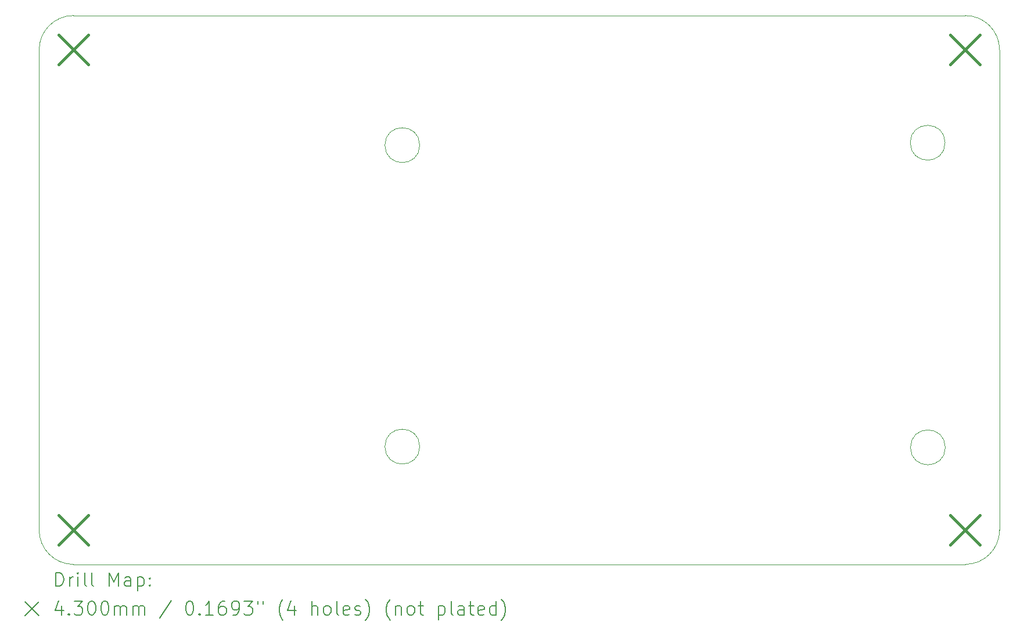
<source format=gbr>
%TF.GenerationSoftware,KiCad,Pcbnew,7.0.1*%
%TF.CreationDate,2025-02-05T10:51:01+01:00*%
%TF.ProjectId,mangiatoia,6d616e67-6961-4746-9f69-612e6b696361,1.1*%
%TF.SameCoordinates,Original*%
%TF.FileFunction,Drillmap*%
%TF.FilePolarity,Positive*%
%FSLAX45Y45*%
G04 Gerber Fmt 4.5, Leading zero omitted, Abs format (unit mm)*
G04 Created by KiCad (PCBNEW 7.0.1) date 2025-02-05 10:51:01*
%MOMM*%
%LPD*%
G01*
G04 APERTURE LIST*
%ADD10C,0.100000*%
%ADD11C,0.200000*%
%ADD12C,0.430000*%
G04 APERTURE END LIST*
D10*
X20503000Y-4509500D02*
X7503000Y-4509500D01*
X20503000Y-12509500D02*
G75*
G03*
X21003000Y-12009500I0J500000D01*
G01*
X7003000Y-12009500D02*
G75*
G03*
X7503000Y-12509500I500000J0D01*
G01*
X7003000Y-5009500D02*
X7003000Y-12009500D01*
X12550690Y-10792870D02*
G75*
G03*
X12550690Y-10792870I-254000J0D01*
G01*
X21003000Y-5009500D02*
G75*
G03*
X20503000Y-4509500I-500000J0D01*
G01*
X12550690Y-6398670D02*
G75*
G03*
X12550690Y-6398670I-254000J0D01*
G01*
X20208799Y-6363621D02*
G75*
G03*
X20208799Y-6363621I-254000J0D01*
G01*
X7503000Y-4509500D02*
G75*
G03*
X7003000Y-5009500I0J-500000D01*
G01*
X21003000Y-12009500D02*
X21003000Y-5009500D01*
X7503000Y-12509500D02*
X20503000Y-12509500D01*
X20212000Y-10804500D02*
G75*
G03*
X20212000Y-10804500I-254000J0D01*
G01*
D11*
D12*
X7288000Y-4794500D02*
X7718000Y-5224500D01*
X7718000Y-4794500D02*
X7288000Y-5224500D01*
X7288000Y-11794500D02*
X7718000Y-12224500D01*
X7718000Y-11794500D02*
X7288000Y-12224500D01*
X20288000Y-4794500D02*
X20718000Y-5224500D01*
X20718000Y-4794500D02*
X20288000Y-5224500D01*
X20288000Y-11794500D02*
X20718000Y-12224500D01*
X20718000Y-11794500D02*
X20288000Y-12224500D01*
D11*
X7245619Y-12827024D02*
X7245619Y-12627024D01*
X7245619Y-12627024D02*
X7293238Y-12627024D01*
X7293238Y-12627024D02*
X7321809Y-12636548D01*
X7321809Y-12636548D02*
X7340857Y-12655595D01*
X7340857Y-12655595D02*
X7350381Y-12674643D01*
X7350381Y-12674643D02*
X7359905Y-12712738D01*
X7359905Y-12712738D02*
X7359905Y-12741309D01*
X7359905Y-12741309D02*
X7350381Y-12779405D01*
X7350381Y-12779405D02*
X7340857Y-12798452D01*
X7340857Y-12798452D02*
X7321809Y-12817500D01*
X7321809Y-12817500D02*
X7293238Y-12827024D01*
X7293238Y-12827024D02*
X7245619Y-12827024D01*
X7445619Y-12827024D02*
X7445619Y-12693690D01*
X7445619Y-12731786D02*
X7455143Y-12712738D01*
X7455143Y-12712738D02*
X7464667Y-12703214D01*
X7464667Y-12703214D02*
X7483714Y-12693690D01*
X7483714Y-12693690D02*
X7502762Y-12693690D01*
X7569428Y-12827024D02*
X7569428Y-12693690D01*
X7569428Y-12627024D02*
X7559905Y-12636548D01*
X7559905Y-12636548D02*
X7569428Y-12646071D01*
X7569428Y-12646071D02*
X7578952Y-12636548D01*
X7578952Y-12636548D02*
X7569428Y-12627024D01*
X7569428Y-12627024D02*
X7569428Y-12646071D01*
X7693238Y-12827024D02*
X7674190Y-12817500D01*
X7674190Y-12817500D02*
X7664667Y-12798452D01*
X7664667Y-12798452D02*
X7664667Y-12627024D01*
X7798000Y-12827024D02*
X7778952Y-12817500D01*
X7778952Y-12817500D02*
X7769428Y-12798452D01*
X7769428Y-12798452D02*
X7769428Y-12627024D01*
X8026571Y-12827024D02*
X8026571Y-12627024D01*
X8026571Y-12627024D02*
X8093238Y-12769881D01*
X8093238Y-12769881D02*
X8159905Y-12627024D01*
X8159905Y-12627024D02*
X8159905Y-12827024D01*
X8340857Y-12827024D02*
X8340857Y-12722262D01*
X8340857Y-12722262D02*
X8331333Y-12703214D01*
X8331333Y-12703214D02*
X8312286Y-12693690D01*
X8312286Y-12693690D02*
X8274190Y-12693690D01*
X8274190Y-12693690D02*
X8255143Y-12703214D01*
X8340857Y-12817500D02*
X8321809Y-12827024D01*
X8321809Y-12827024D02*
X8274190Y-12827024D01*
X8274190Y-12827024D02*
X8255143Y-12817500D01*
X8255143Y-12817500D02*
X8245619Y-12798452D01*
X8245619Y-12798452D02*
X8245619Y-12779405D01*
X8245619Y-12779405D02*
X8255143Y-12760357D01*
X8255143Y-12760357D02*
X8274190Y-12750833D01*
X8274190Y-12750833D02*
X8321809Y-12750833D01*
X8321809Y-12750833D02*
X8340857Y-12741309D01*
X8436095Y-12693690D02*
X8436095Y-12893690D01*
X8436095Y-12703214D02*
X8455143Y-12693690D01*
X8455143Y-12693690D02*
X8493238Y-12693690D01*
X8493238Y-12693690D02*
X8512286Y-12703214D01*
X8512286Y-12703214D02*
X8521810Y-12712738D01*
X8521810Y-12712738D02*
X8531333Y-12731786D01*
X8531333Y-12731786D02*
X8531333Y-12788928D01*
X8531333Y-12788928D02*
X8521810Y-12807976D01*
X8521810Y-12807976D02*
X8512286Y-12817500D01*
X8512286Y-12817500D02*
X8493238Y-12827024D01*
X8493238Y-12827024D02*
X8455143Y-12827024D01*
X8455143Y-12827024D02*
X8436095Y-12817500D01*
X8617048Y-12807976D02*
X8626571Y-12817500D01*
X8626571Y-12817500D02*
X8617048Y-12827024D01*
X8617048Y-12827024D02*
X8607524Y-12817500D01*
X8607524Y-12817500D02*
X8617048Y-12807976D01*
X8617048Y-12807976D02*
X8617048Y-12827024D01*
X8617048Y-12703214D02*
X8626571Y-12712738D01*
X8626571Y-12712738D02*
X8617048Y-12722262D01*
X8617048Y-12722262D02*
X8607524Y-12712738D01*
X8607524Y-12712738D02*
X8617048Y-12703214D01*
X8617048Y-12703214D02*
X8617048Y-12722262D01*
X6798000Y-13054500D02*
X6998000Y-13254500D01*
X6998000Y-13054500D02*
X6798000Y-13254500D01*
X7331333Y-13113690D02*
X7331333Y-13247024D01*
X7283714Y-13037500D02*
X7236095Y-13180357D01*
X7236095Y-13180357D02*
X7359905Y-13180357D01*
X7436095Y-13227976D02*
X7445619Y-13237500D01*
X7445619Y-13237500D02*
X7436095Y-13247024D01*
X7436095Y-13247024D02*
X7426571Y-13237500D01*
X7426571Y-13237500D02*
X7436095Y-13227976D01*
X7436095Y-13227976D02*
X7436095Y-13247024D01*
X7512286Y-13047024D02*
X7636095Y-13047024D01*
X7636095Y-13047024D02*
X7569428Y-13123214D01*
X7569428Y-13123214D02*
X7598000Y-13123214D01*
X7598000Y-13123214D02*
X7617048Y-13132738D01*
X7617048Y-13132738D02*
X7626571Y-13142262D01*
X7626571Y-13142262D02*
X7636095Y-13161309D01*
X7636095Y-13161309D02*
X7636095Y-13208928D01*
X7636095Y-13208928D02*
X7626571Y-13227976D01*
X7626571Y-13227976D02*
X7617048Y-13237500D01*
X7617048Y-13237500D02*
X7598000Y-13247024D01*
X7598000Y-13247024D02*
X7540857Y-13247024D01*
X7540857Y-13247024D02*
X7521809Y-13237500D01*
X7521809Y-13237500D02*
X7512286Y-13227976D01*
X7759905Y-13047024D02*
X7778952Y-13047024D01*
X7778952Y-13047024D02*
X7798000Y-13056548D01*
X7798000Y-13056548D02*
X7807524Y-13066071D01*
X7807524Y-13066071D02*
X7817048Y-13085119D01*
X7817048Y-13085119D02*
X7826571Y-13123214D01*
X7826571Y-13123214D02*
X7826571Y-13170833D01*
X7826571Y-13170833D02*
X7817048Y-13208928D01*
X7817048Y-13208928D02*
X7807524Y-13227976D01*
X7807524Y-13227976D02*
X7798000Y-13237500D01*
X7798000Y-13237500D02*
X7778952Y-13247024D01*
X7778952Y-13247024D02*
X7759905Y-13247024D01*
X7759905Y-13247024D02*
X7740857Y-13237500D01*
X7740857Y-13237500D02*
X7731333Y-13227976D01*
X7731333Y-13227976D02*
X7721809Y-13208928D01*
X7721809Y-13208928D02*
X7712286Y-13170833D01*
X7712286Y-13170833D02*
X7712286Y-13123214D01*
X7712286Y-13123214D02*
X7721809Y-13085119D01*
X7721809Y-13085119D02*
X7731333Y-13066071D01*
X7731333Y-13066071D02*
X7740857Y-13056548D01*
X7740857Y-13056548D02*
X7759905Y-13047024D01*
X7950381Y-13047024D02*
X7969429Y-13047024D01*
X7969429Y-13047024D02*
X7988476Y-13056548D01*
X7988476Y-13056548D02*
X7998000Y-13066071D01*
X7998000Y-13066071D02*
X8007524Y-13085119D01*
X8007524Y-13085119D02*
X8017048Y-13123214D01*
X8017048Y-13123214D02*
X8017048Y-13170833D01*
X8017048Y-13170833D02*
X8007524Y-13208928D01*
X8007524Y-13208928D02*
X7998000Y-13227976D01*
X7998000Y-13227976D02*
X7988476Y-13237500D01*
X7988476Y-13237500D02*
X7969429Y-13247024D01*
X7969429Y-13247024D02*
X7950381Y-13247024D01*
X7950381Y-13247024D02*
X7931333Y-13237500D01*
X7931333Y-13237500D02*
X7921809Y-13227976D01*
X7921809Y-13227976D02*
X7912286Y-13208928D01*
X7912286Y-13208928D02*
X7902762Y-13170833D01*
X7902762Y-13170833D02*
X7902762Y-13123214D01*
X7902762Y-13123214D02*
X7912286Y-13085119D01*
X7912286Y-13085119D02*
X7921809Y-13066071D01*
X7921809Y-13066071D02*
X7931333Y-13056548D01*
X7931333Y-13056548D02*
X7950381Y-13047024D01*
X8102762Y-13247024D02*
X8102762Y-13113690D01*
X8102762Y-13132738D02*
X8112286Y-13123214D01*
X8112286Y-13123214D02*
X8131333Y-13113690D01*
X8131333Y-13113690D02*
X8159905Y-13113690D01*
X8159905Y-13113690D02*
X8178952Y-13123214D01*
X8178952Y-13123214D02*
X8188476Y-13142262D01*
X8188476Y-13142262D02*
X8188476Y-13247024D01*
X8188476Y-13142262D02*
X8198000Y-13123214D01*
X8198000Y-13123214D02*
X8217048Y-13113690D01*
X8217048Y-13113690D02*
X8245619Y-13113690D01*
X8245619Y-13113690D02*
X8264667Y-13123214D01*
X8264667Y-13123214D02*
X8274190Y-13142262D01*
X8274190Y-13142262D02*
X8274190Y-13247024D01*
X8369429Y-13247024D02*
X8369429Y-13113690D01*
X8369429Y-13132738D02*
X8378952Y-13123214D01*
X8378952Y-13123214D02*
X8398000Y-13113690D01*
X8398000Y-13113690D02*
X8426572Y-13113690D01*
X8426572Y-13113690D02*
X8445619Y-13123214D01*
X8445619Y-13123214D02*
X8455143Y-13142262D01*
X8455143Y-13142262D02*
X8455143Y-13247024D01*
X8455143Y-13142262D02*
X8464667Y-13123214D01*
X8464667Y-13123214D02*
X8483714Y-13113690D01*
X8483714Y-13113690D02*
X8512286Y-13113690D01*
X8512286Y-13113690D02*
X8531333Y-13123214D01*
X8531333Y-13123214D02*
X8540857Y-13142262D01*
X8540857Y-13142262D02*
X8540857Y-13247024D01*
X8931333Y-13037500D02*
X8759905Y-13294643D01*
X9188476Y-13047024D02*
X9207524Y-13047024D01*
X9207524Y-13047024D02*
X9226572Y-13056548D01*
X9226572Y-13056548D02*
X9236095Y-13066071D01*
X9236095Y-13066071D02*
X9245619Y-13085119D01*
X9245619Y-13085119D02*
X9255143Y-13123214D01*
X9255143Y-13123214D02*
X9255143Y-13170833D01*
X9255143Y-13170833D02*
X9245619Y-13208928D01*
X9245619Y-13208928D02*
X9236095Y-13227976D01*
X9236095Y-13227976D02*
X9226572Y-13237500D01*
X9226572Y-13237500D02*
X9207524Y-13247024D01*
X9207524Y-13247024D02*
X9188476Y-13247024D01*
X9188476Y-13247024D02*
X9169429Y-13237500D01*
X9169429Y-13237500D02*
X9159905Y-13227976D01*
X9159905Y-13227976D02*
X9150381Y-13208928D01*
X9150381Y-13208928D02*
X9140857Y-13170833D01*
X9140857Y-13170833D02*
X9140857Y-13123214D01*
X9140857Y-13123214D02*
X9150381Y-13085119D01*
X9150381Y-13085119D02*
X9159905Y-13066071D01*
X9159905Y-13066071D02*
X9169429Y-13056548D01*
X9169429Y-13056548D02*
X9188476Y-13047024D01*
X9340857Y-13227976D02*
X9350381Y-13237500D01*
X9350381Y-13237500D02*
X9340857Y-13247024D01*
X9340857Y-13247024D02*
X9331334Y-13237500D01*
X9331334Y-13237500D02*
X9340857Y-13227976D01*
X9340857Y-13227976D02*
X9340857Y-13247024D01*
X9540857Y-13247024D02*
X9426572Y-13247024D01*
X9483714Y-13247024D02*
X9483714Y-13047024D01*
X9483714Y-13047024D02*
X9464667Y-13075595D01*
X9464667Y-13075595D02*
X9445619Y-13094643D01*
X9445619Y-13094643D02*
X9426572Y-13104167D01*
X9712286Y-13047024D02*
X9674191Y-13047024D01*
X9674191Y-13047024D02*
X9655143Y-13056548D01*
X9655143Y-13056548D02*
X9645619Y-13066071D01*
X9645619Y-13066071D02*
X9626572Y-13094643D01*
X9626572Y-13094643D02*
X9617048Y-13132738D01*
X9617048Y-13132738D02*
X9617048Y-13208928D01*
X9617048Y-13208928D02*
X9626572Y-13227976D01*
X9626572Y-13227976D02*
X9636095Y-13237500D01*
X9636095Y-13237500D02*
X9655143Y-13247024D01*
X9655143Y-13247024D02*
X9693238Y-13247024D01*
X9693238Y-13247024D02*
X9712286Y-13237500D01*
X9712286Y-13237500D02*
X9721810Y-13227976D01*
X9721810Y-13227976D02*
X9731334Y-13208928D01*
X9731334Y-13208928D02*
X9731334Y-13161309D01*
X9731334Y-13161309D02*
X9721810Y-13142262D01*
X9721810Y-13142262D02*
X9712286Y-13132738D01*
X9712286Y-13132738D02*
X9693238Y-13123214D01*
X9693238Y-13123214D02*
X9655143Y-13123214D01*
X9655143Y-13123214D02*
X9636095Y-13132738D01*
X9636095Y-13132738D02*
X9626572Y-13142262D01*
X9626572Y-13142262D02*
X9617048Y-13161309D01*
X9826572Y-13247024D02*
X9864667Y-13247024D01*
X9864667Y-13247024D02*
X9883715Y-13237500D01*
X9883715Y-13237500D02*
X9893238Y-13227976D01*
X9893238Y-13227976D02*
X9912286Y-13199405D01*
X9912286Y-13199405D02*
X9921810Y-13161309D01*
X9921810Y-13161309D02*
X9921810Y-13085119D01*
X9921810Y-13085119D02*
X9912286Y-13066071D01*
X9912286Y-13066071D02*
X9902762Y-13056548D01*
X9902762Y-13056548D02*
X9883715Y-13047024D01*
X9883715Y-13047024D02*
X9845619Y-13047024D01*
X9845619Y-13047024D02*
X9826572Y-13056548D01*
X9826572Y-13056548D02*
X9817048Y-13066071D01*
X9817048Y-13066071D02*
X9807524Y-13085119D01*
X9807524Y-13085119D02*
X9807524Y-13132738D01*
X9807524Y-13132738D02*
X9817048Y-13151786D01*
X9817048Y-13151786D02*
X9826572Y-13161309D01*
X9826572Y-13161309D02*
X9845619Y-13170833D01*
X9845619Y-13170833D02*
X9883715Y-13170833D01*
X9883715Y-13170833D02*
X9902762Y-13161309D01*
X9902762Y-13161309D02*
X9912286Y-13151786D01*
X9912286Y-13151786D02*
X9921810Y-13132738D01*
X9988476Y-13047024D02*
X10112286Y-13047024D01*
X10112286Y-13047024D02*
X10045619Y-13123214D01*
X10045619Y-13123214D02*
X10074191Y-13123214D01*
X10074191Y-13123214D02*
X10093238Y-13132738D01*
X10093238Y-13132738D02*
X10102762Y-13142262D01*
X10102762Y-13142262D02*
X10112286Y-13161309D01*
X10112286Y-13161309D02*
X10112286Y-13208928D01*
X10112286Y-13208928D02*
X10102762Y-13227976D01*
X10102762Y-13227976D02*
X10093238Y-13237500D01*
X10093238Y-13237500D02*
X10074191Y-13247024D01*
X10074191Y-13247024D02*
X10017048Y-13247024D01*
X10017048Y-13247024D02*
X9998000Y-13237500D01*
X9998000Y-13237500D02*
X9988476Y-13227976D01*
X10188476Y-13047024D02*
X10188476Y-13085119D01*
X10264667Y-13047024D02*
X10264667Y-13085119D01*
X10559905Y-13323214D02*
X10550381Y-13313690D01*
X10550381Y-13313690D02*
X10531334Y-13285119D01*
X10531334Y-13285119D02*
X10521810Y-13266071D01*
X10521810Y-13266071D02*
X10512286Y-13237500D01*
X10512286Y-13237500D02*
X10502762Y-13189881D01*
X10502762Y-13189881D02*
X10502762Y-13151786D01*
X10502762Y-13151786D02*
X10512286Y-13104167D01*
X10512286Y-13104167D02*
X10521810Y-13075595D01*
X10521810Y-13075595D02*
X10531334Y-13056548D01*
X10531334Y-13056548D02*
X10550381Y-13027976D01*
X10550381Y-13027976D02*
X10559905Y-13018452D01*
X10721810Y-13113690D02*
X10721810Y-13247024D01*
X10674191Y-13037500D02*
X10626572Y-13180357D01*
X10626572Y-13180357D02*
X10750381Y-13180357D01*
X10978953Y-13247024D02*
X10978953Y-13047024D01*
X11064667Y-13247024D02*
X11064667Y-13142262D01*
X11064667Y-13142262D02*
X11055143Y-13123214D01*
X11055143Y-13123214D02*
X11036096Y-13113690D01*
X11036096Y-13113690D02*
X11007524Y-13113690D01*
X11007524Y-13113690D02*
X10988477Y-13123214D01*
X10988477Y-13123214D02*
X10978953Y-13132738D01*
X11188476Y-13247024D02*
X11169429Y-13237500D01*
X11169429Y-13237500D02*
X11159905Y-13227976D01*
X11159905Y-13227976D02*
X11150381Y-13208928D01*
X11150381Y-13208928D02*
X11150381Y-13151786D01*
X11150381Y-13151786D02*
X11159905Y-13132738D01*
X11159905Y-13132738D02*
X11169429Y-13123214D01*
X11169429Y-13123214D02*
X11188476Y-13113690D01*
X11188476Y-13113690D02*
X11217048Y-13113690D01*
X11217048Y-13113690D02*
X11236096Y-13123214D01*
X11236096Y-13123214D02*
X11245619Y-13132738D01*
X11245619Y-13132738D02*
X11255143Y-13151786D01*
X11255143Y-13151786D02*
X11255143Y-13208928D01*
X11255143Y-13208928D02*
X11245619Y-13227976D01*
X11245619Y-13227976D02*
X11236096Y-13237500D01*
X11236096Y-13237500D02*
X11217048Y-13247024D01*
X11217048Y-13247024D02*
X11188476Y-13247024D01*
X11369429Y-13247024D02*
X11350381Y-13237500D01*
X11350381Y-13237500D02*
X11340857Y-13218452D01*
X11340857Y-13218452D02*
X11340857Y-13047024D01*
X11521810Y-13237500D02*
X11502762Y-13247024D01*
X11502762Y-13247024D02*
X11464667Y-13247024D01*
X11464667Y-13247024D02*
X11445619Y-13237500D01*
X11445619Y-13237500D02*
X11436096Y-13218452D01*
X11436096Y-13218452D02*
X11436096Y-13142262D01*
X11436096Y-13142262D02*
X11445619Y-13123214D01*
X11445619Y-13123214D02*
X11464667Y-13113690D01*
X11464667Y-13113690D02*
X11502762Y-13113690D01*
X11502762Y-13113690D02*
X11521810Y-13123214D01*
X11521810Y-13123214D02*
X11531334Y-13142262D01*
X11531334Y-13142262D02*
X11531334Y-13161309D01*
X11531334Y-13161309D02*
X11436096Y-13180357D01*
X11607524Y-13237500D02*
X11626572Y-13247024D01*
X11626572Y-13247024D02*
X11664667Y-13247024D01*
X11664667Y-13247024D02*
X11683715Y-13237500D01*
X11683715Y-13237500D02*
X11693238Y-13218452D01*
X11693238Y-13218452D02*
X11693238Y-13208928D01*
X11693238Y-13208928D02*
X11683715Y-13189881D01*
X11683715Y-13189881D02*
X11664667Y-13180357D01*
X11664667Y-13180357D02*
X11636096Y-13180357D01*
X11636096Y-13180357D02*
X11617048Y-13170833D01*
X11617048Y-13170833D02*
X11607524Y-13151786D01*
X11607524Y-13151786D02*
X11607524Y-13142262D01*
X11607524Y-13142262D02*
X11617048Y-13123214D01*
X11617048Y-13123214D02*
X11636096Y-13113690D01*
X11636096Y-13113690D02*
X11664667Y-13113690D01*
X11664667Y-13113690D02*
X11683715Y-13123214D01*
X11759905Y-13323214D02*
X11769429Y-13313690D01*
X11769429Y-13313690D02*
X11788477Y-13285119D01*
X11788477Y-13285119D02*
X11798000Y-13266071D01*
X11798000Y-13266071D02*
X11807524Y-13237500D01*
X11807524Y-13237500D02*
X11817048Y-13189881D01*
X11817048Y-13189881D02*
X11817048Y-13151786D01*
X11817048Y-13151786D02*
X11807524Y-13104167D01*
X11807524Y-13104167D02*
X11798000Y-13075595D01*
X11798000Y-13075595D02*
X11788477Y-13056548D01*
X11788477Y-13056548D02*
X11769429Y-13027976D01*
X11769429Y-13027976D02*
X11759905Y-13018452D01*
X12121810Y-13323214D02*
X12112286Y-13313690D01*
X12112286Y-13313690D02*
X12093238Y-13285119D01*
X12093238Y-13285119D02*
X12083715Y-13266071D01*
X12083715Y-13266071D02*
X12074191Y-13237500D01*
X12074191Y-13237500D02*
X12064667Y-13189881D01*
X12064667Y-13189881D02*
X12064667Y-13151786D01*
X12064667Y-13151786D02*
X12074191Y-13104167D01*
X12074191Y-13104167D02*
X12083715Y-13075595D01*
X12083715Y-13075595D02*
X12093238Y-13056548D01*
X12093238Y-13056548D02*
X12112286Y-13027976D01*
X12112286Y-13027976D02*
X12121810Y-13018452D01*
X12198000Y-13113690D02*
X12198000Y-13247024D01*
X12198000Y-13132738D02*
X12207524Y-13123214D01*
X12207524Y-13123214D02*
X12226572Y-13113690D01*
X12226572Y-13113690D02*
X12255143Y-13113690D01*
X12255143Y-13113690D02*
X12274191Y-13123214D01*
X12274191Y-13123214D02*
X12283715Y-13142262D01*
X12283715Y-13142262D02*
X12283715Y-13247024D01*
X12407524Y-13247024D02*
X12388477Y-13237500D01*
X12388477Y-13237500D02*
X12378953Y-13227976D01*
X12378953Y-13227976D02*
X12369429Y-13208928D01*
X12369429Y-13208928D02*
X12369429Y-13151786D01*
X12369429Y-13151786D02*
X12378953Y-13132738D01*
X12378953Y-13132738D02*
X12388477Y-13123214D01*
X12388477Y-13123214D02*
X12407524Y-13113690D01*
X12407524Y-13113690D02*
X12436096Y-13113690D01*
X12436096Y-13113690D02*
X12455143Y-13123214D01*
X12455143Y-13123214D02*
X12464667Y-13132738D01*
X12464667Y-13132738D02*
X12474191Y-13151786D01*
X12474191Y-13151786D02*
X12474191Y-13208928D01*
X12474191Y-13208928D02*
X12464667Y-13227976D01*
X12464667Y-13227976D02*
X12455143Y-13237500D01*
X12455143Y-13237500D02*
X12436096Y-13247024D01*
X12436096Y-13247024D02*
X12407524Y-13247024D01*
X12531334Y-13113690D02*
X12607524Y-13113690D01*
X12559905Y-13047024D02*
X12559905Y-13218452D01*
X12559905Y-13218452D02*
X12569429Y-13237500D01*
X12569429Y-13237500D02*
X12588477Y-13247024D01*
X12588477Y-13247024D02*
X12607524Y-13247024D01*
X12826572Y-13113690D02*
X12826572Y-13313690D01*
X12826572Y-13123214D02*
X12845619Y-13113690D01*
X12845619Y-13113690D02*
X12883715Y-13113690D01*
X12883715Y-13113690D02*
X12902762Y-13123214D01*
X12902762Y-13123214D02*
X12912286Y-13132738D01*
X12912286Y-13132738D02*
X12921810Y-13151786D01*
X12921810Y-13151786D02*
X12921810Y-13208928D01*
X12921810Y-13208928D02*
X12912286Y-13227976D01*
X12912286Y-13227976D02*
X12902762Y-13237500D01*
X12902762Y-13237500D02*
X12883715Y-13247024D01*
X12883715Y-13247024D02*
X12845619Y-13247024D01*
X12845619Y-13247024D02*
X12826572Y-13237500D01*
X13036096Y-13247024D02*
X13017048Y-13237500D01*
X13017048Y-13237500D02*
X13007524Y-13218452D01*
X13007524Y-13218452D02*
X13007524Y-13047024D01*
X13198000Y-13247024D02*
X13198000Y-13142262D01*
X13198000Y-13142262D02*
X13188477Y-13123214D01*
X13188477Y-13123214D02*
X13169429Y-13113690D01*
X13169429Y-13113690D02*
X13131334Y-13113690D01*
X13131334Y-13113690D02*
X13112286Y-13123214D01*
X13198000Y-13237500D02*
X13178953Y-13247024D01*
X13178953Y-13247024D02*
X13131334Y-13247024D01*
X13131334Y-13247024D02*
X13112286Y-13237500D01*
X13112286Y-13237500D02*
X13102762Y-13218452D01*
X13102762Y-13218452D02*
X13102762Y-13199405D01*
X13102762Y-13199405D02*
X13112286Y-13180357D01*
X13112286Y-13180357D02*
X13131334Y-13170833D01*
X13131334Y-13170833D02*
X13178953Y-13170833D01*
X13178953Y-13170833D02*
X13198000Y-13161309D01*
X13264667Y-13113690D02*
X13340858Y-13113690D01*
X13293239Y-13047024D02*
X13293239Y-13218452D01*
X13293239Y-13218452D02*
X13302762Y-13237500D01*
X13302762Y-13237500D02*
X13321810Y-13247024D01*
X13321810Y-13247024D02*
X13340858Y-13247024D01*
X13483715Y-13237500D02*
X13464667Y-13247024D01*
X13464667Y-13247024D02*
X13426572Y-13247024D01*
X13426572Y-13247024D02*
X13407524Y-13237500D01*
X13407524Y-13237500D02*
X13398000Y-13218452D01*
X13398000Y-13218452D02*
X13398000Y-13142262D01*
X13398000Y-13142262D02*
X13407524Y-13123214D01*
X13407524Y-13123214D02*
X13426572Y-13113690D01*
X13426572Y-13113690D02*
X13464667Y-13113690D01*
X13464667Y-13113690D02*
X13483715Y-13123214D01*
X13483715Y-13123214D02*
X13493239Y-13142262D01*
X13493239Y-13142262D02*
X13493239Y-13161309D01*
X13493239Y-13161309D02*
X13398000Y-13180357D01*
X13664667Y-13247024D02*
X13664667Y-13047024D01*
X13664667Y-13237500D02*
X13645620Y-13247024D01*
X13645620Y-13247024D02*
X13607524Y-13247024D01*
X13607524Y-13247024D02*
X13588477Y-13237500D01*
X13588477Y-13237500D02*
X13578953Y-13227976D01*
X13578953Y-13227976D02*
X13569429Y-13208928D01*
X13569429Y-13208928D02*
X13569429Y-13151786D01*
X13569429Y-13151786D02*
X13578953Y-13132738D01*
X13578953Y-13132738D02*
X13588477Y-13123214D01*
X13588477Y-13123214D02*
X13607524Y-13113690D01*
X13607524Y-13113690D02*
X13645620Y-13113690D01*
X13645620Y-13113690D02*
X13664667Y-13123214D01*
X13740858Y-13323214D02*
X13750381Y-13313690D01*
X13750381Y-13313690D02*
X13769429Y-13285119D01*
X13769429Y-13285119D02*
X13778953Y-13266071D01*
X13778953Y-13266071D02*
X13788477Y-13237500D01*
X13788477Y-13237500D02*
X13798000Y-13189881D01*
X13798000Y-13189881D02*
X13798000Y-13151786D01*
X13798000Y-13151786D02*
X13788477Y-13104167D01*
X13788477Y-13104167D02*
X13778953Y-13075595D01*
X13778953Y-13075595D02*
X13769429Y-13056548D01*
X13769429Y-13056548D02*
X13750381Y-13027976D01*
X13750381Y-13027976D02*
X13740858Y-13018452D01*
M02*

</source>
